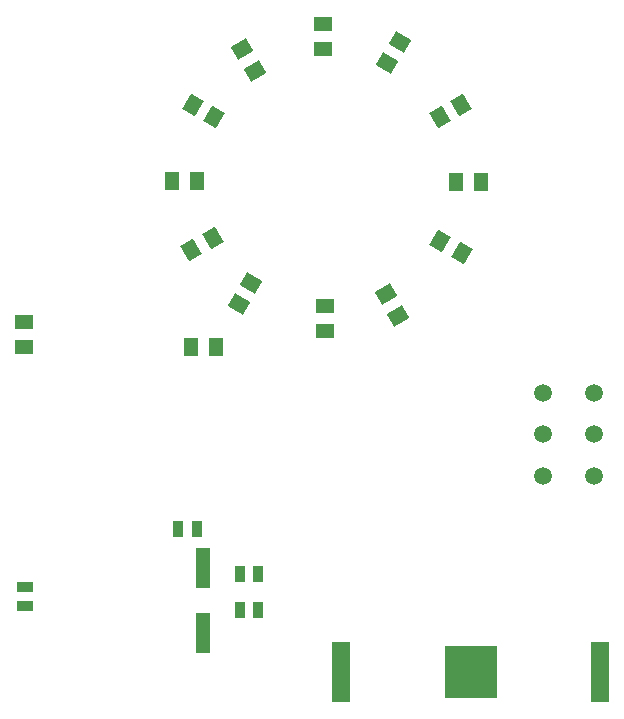
<source format=gbp>
G04*
G04 #@! TF.GenerationSoftware,Altium Limited,Altium Designer,20.1.12 (249)*
G04*
G04 Layer_Color=128*
%FSLAX24Y24*%
%MOIN*%
G70*
G04*
G04 #@! TF.SameCoordinates,C2A8BCA2-F393-4655-900F-186C9399D15C*
G04*
G04*
G04 #@! TF.FilePolarity,Positive*
G04*
G01*
G75*
%ADD33C,0.0591*%
%ADD39R,0.0492X0.0591*%
%ADD40R,0.0591X0.0492*%
G04:AMPARAMS|DCode=41|XSize=59.1mil|YSize=49.2mil|CornerRadius=0mil|HoleSize=0mil|Usage=FLASHONLY|Rotation=150.000|XOffset=0mil|YOffset=0mil|HoleType=Round|Shape=Rectangle|*
%AMROTATEDRECTD41*
4,1,4,0.0379,0.0065,0.0133,-0.0361,-0.0379,-0.0065,-0.0133,0.0361,0.0379,0.0065,0.0*
%
%ADD41ROTATEDRECTD41*%

G04:AMPARAMS|DCode=42|XSize=59.1mil|YSize=49.2mil|CornerRadius=0mil|HoleSize=0mil|Usage=FLASHONLY|Rotation=120.000|XOffset=0mil|YOffset=0mil|HoleType=Round|Shape=Rectangle|*
%AMROTATEDRECTD42*
4,1,4,0.0361,-0.0133,-0.0065,-0.0379,-0.0361,0.0133,0.0065,0.0379,0.0361,-0.0133,0.0*
%
%ADD42ROTATEDRECTD42*%

G04:AMPARAMS|DCode=43|XSize=59.1mil|YSize=49.2mil|CornerRadius=0mil|HoleSize=0mil|Usage=FLASHONLY|Rotation=60.000|XOffset=0mil|YOffset=0mil|HoleType=Round|Shape=Rectangle|*
%AMROTATEDRECTD43*
4,1,4,0.0065,-0.0379,-0.0361,-0.0133,-0.0065,0.0379,0.0361,0.0133,0.0065,-0.0379,0.0*
%
%ADD43ROTATEDRECTD43*%

G04:AMPARAMS|DCode=44|XSize=59.1mil|YSize=49.2mil|CornerRadius=0mil|HoleSize=0mil|Usage=FLASHONLY|Rotation=30.000|XOffset=0mil|YOffset=0mil|HoleType=Round|Shape=Rectangle|*
%AMROTATEDRECTD44*
4,1,4,-0.0133,-0.0361,-0.0379,0.0065,0.0133,0.0361,0.0379,-0.0065,-0.0133,-0.0361,0.0*
%
%ADD44ROTATEDRECTD44*%

%ADD45R,0.0374X0.0531*%
%ADD46R,0.0531X0.0374*%
%ADD47R,0.1772X0.1772*%
%ADD48R,0.0591X0.2008*%
%ADD49R,0.0472X0.1378*%
D33*
X19570Y10080D02*
D03*
X17860Y12820D02*
D03*
Y11450D02*
D03*
Y10080D02*
D03*
X19570Y11450D02*
D03*
Y12820D02*
D03*
D39*
X6963Y14350D02*
D03*
X6137D02*
D03*
X15793Y19850D02*
D03*
X14967D02*
D03*
X5517Y19910D02*
D03*
X6343D02*
D03*
D40*
X560Y14377D02*
D03*
Y15203D02*
D03*
X10590Y14897D02*
D03*
Y15723D02*
D03*
X10530Y25123D02*
D03*
Y24297D02*
D03*
D41*
X13097Y24548D02*
D03*
X12683Y23832D02*
D03*
X7723Y15782D02*
D03*
X8137Y16498D02*
D03*
D42*
X15138Y22447D02*
D03*
X14422Y22033D02*
D03*
X6142Y17583D02*
D03*
X6858Y17997D02*
D03*
D43*
X15158Y17483D02*
D03*
X14442Y17897D02*
D03*
X6202Y22437D02*
D03*
X6918Y22023D02*
D03*
D44*
X13037Y15412D02*
D03*
X12623Y16128D02*
D03*
X7843Y24288D02*
D03*
X8257Y23572D02*
D03*
D45*
X6330Y8290D02*
D03*
X5700D02*
D03*
X8385Y6790D02*
D03*
X7755D02*
D03*
X8385Y5590D02*
D03*
X7755D02*
D03*
D46*
X610Y5735D02*
D03*
Y6365D02*
D03*
D47*
X15460Y3540D02*
D03*
D48*
X11149D02*
D03*
X19771D02*
D03*
D49*
X6550Y4827D02*
D03*
Y6993D02*
D03*
M02*

</source>
